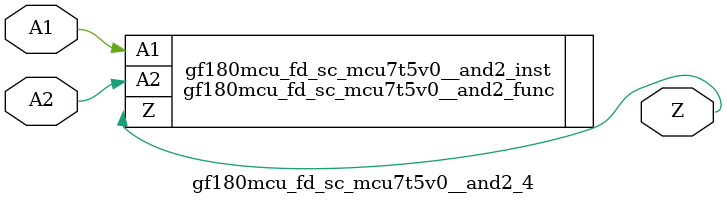
<source format=v>

`ifndef GF180MCU_FD_SC_MCU7T5V0__AND2_4_V
`define GF180MCU_FD_SC_MCU7T5V0__AND2_4_V

`include "gf180mcu_fd_sc_mcu7t5v0__and2.v"

`ifdef USE_POWER_PINS
module gf180mcu_fd_sc_mcu7t5v0__and2_4( A2, A1, Z, VDD, VSS );
inout VDD, VSS;
`else // If not USE_POWER_PINS
module gf180mcu_fd_sc_mcu7t5v0__and2_4( A2, A1, Z );
`endif // If not USE_POWER_PINS
input A1, A2;
output Z;

`ifdef USE_POWER_PINS
  gf180mcu_fd_sc_mcu7t5v0__and2_func gf180mcu_fd_sc_mcu7t5v0__and2_inst(.A2(A2),.A1(A1),.Z(Z),.VDD(VDD),.VSS(VSS));
`else // If not USE_POWER_PINS
  gf180mcu_fd_sc_mcu7t5v0__and2_func gf180mcu_fd_sc_mcu7t5v0__and2_inst(.A2(A2),.A1(A1),.Z(Z));
`endif // If not USE_POWER_PINS

`ifndef FUNCTIONAL
	// spec_gates_begin


	// spec_gates_end



   specify

	// specify_block_begin

	// comb arc A1 --> Z
	 (A1 => Z) = (1.0,1.0);

	// comb arc A2 --> Z
	 (A2 => Z) = (1.0,1.0);

	// specify_block_end

   endspecify

   `endif

endmodule
`endif // GF180MCU_FD_SC_MCU7T5V0__AND2_4_V

</source>
